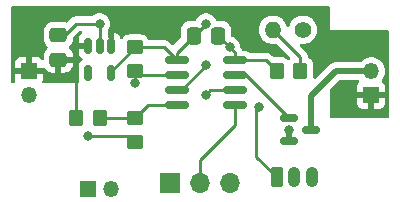
<source format=gbr>
%TF.GenerationSoftware,KiCad,Pcbnew,7.0.2*%
%TF.CreationDate,2023-05-18T15:11:26-04:00*%
%TF.ProjectId,smartpir,736d6172-7470-4697-922e-6b696361645f,rev?*%
%TF.SameCoordinates,Original*%
%TF.FileFunction,Copper,L1,Top*%
%TF.FilePolarity,Positive*%
%FSLAX46Y46*%
G04 Gerber Fmt 4.6, Leading zero omitted, Abs format (unit mm)*
G04 Created by KiCad (PCBNEW 7.0.2) date 2023-05-18 15:11:26*
%MOMM*%
%LPD*%
G01*
G04 APERTURE LIST*
G04 Aperture macros list*
%AMRoundRect*
0 Rectangle with rounded corners*
0 $1 Rounding radius*
0 $2 $3 $4 $5 $6 $7 $8 $9 X,Y pos of 4 corners*
0 Add a 4 corners polygon primitive as box body*
4,1,4,$2,$3,$4,$5,$6,$7,$8,$9,$2,$3,0*
0 Add four circle primitives for the rounded corners*
1,1,$1+$1,$2,$3*
1,1,$1+$1,$4,$5*
1,1,$1+$1,$6,$7*
1,1,$1+$1,$8,$9*
0 Add four rect primitives between the rounded corners*
20,1,$1+$1,$2,$3,$4,$5,0*
20,1,$1+$1,$4,$5,$6,$7,0*
20,1,$1+$1,$6,$7,$8,$9,0*
20,1,$1+$1,$8,$9,$2,$3,0*%
G04 Aperture macros list end*
%TA.AperFunction,ComponentPad*%
%ADD10O,1.400000X1.400000*%
%TD*%
%TA.AperFunction,ComponentPad*%
%ADD11C,1.400000*%
%TD*%
%TA.AperFunction,SMDPad,CuDef*%
%ADD12RoundRect,0.250000X0.475000X-0.337500X0.475000X0.337500X-0.475000X0.337500X-0.475000X-0.337500X0*%
%TD*%
%TA.AperFunction,ComponentPad*%
%ADD13RoundRect,0.250000X-0.265000X-0.615000X0.265000X-0.615000X0.265000X0.615000X-0.265000X0.615000X0*%
%TD*%
%TA.AperFunction,ComponentPad*%
%ADD14O,1.030000X1.730000*%
%TD*%
%TA.AperFunction,ComponentPad*%
%ADD15R,1.350000X1.350000*%
%TD*%
%TA.AperFunction,ComponentPad*%
%ADD16O,1.350000X1.350000*%
%TD*%
%TA.AperFunction,SMDPad,CuDef*%
%ADD17RoundRect,0.250000X0.350000X0.450000X-0.350000X0.450000X-0.350000X-0.450000X0.350000X-0.450000X0*%
%TD*%
%TA.AperFunction,SMDPad,CuDef*%
%ADD18RoundRect,0.150000X-0.825000X-0.150000X0.825000X-0.150000X0.825000X0.150000X-0.825000X0.150000X0*%
%TD*%
%TA.AperFunction,SMDPad,CuDef*%
%ADD19RoundRect,0.150000X-0.150000X0.512500X-0.150000X-0.512500X0.150000X-0.512500X0.150000X0.512500X0*%
%TD*%
%TA.AperFunction,SMDPad,CuDef*%
%ADD20RoundRect,0.250000X-0.450000X0.350000X-0.450000X-0.350000X0.450000X-0.350000X0.450000X0.350000X0*%
%TD*%
%TA.AperFunction,SMDPad,CuDef*%
%ADD21RoundRect,0.250000X-0.350000X-0.450000X0.350000X-0.450000X0.350000X0.450000X-0.350000X0.450000X0*%
%TD*%
%TA.AperFunction,SMDPad,CuDef*%
%ADD22RoundRect,0.150000X-0.587500X-0.150000X0.587500X-0.150000X0.587500X0.150000X-0.587500X0.150000X0*%
%TD*%
%TA.AperFunction,SMDPad,CuDef*%
%ADD23RoundRect,0.250000X-0.337500X-0.475000X0.337500X-0.475000X0.337500X0.475000X-0.337500X0.475000X0*%
%TD*%
%TA.AperFunction,ComponentPad*%
%ADD24R,1.700000X1.700000*%
%TD*%
%TA.AperFunction,ComponentPad*%
%ADD25O,1.700000X1.700000*%
%TD*%
%TA.AperFunction,ViaPad*%
%ADD26C,0.800000*%
%TD*%
%TA.AperFunction,Conductor*%
%ADD27C,0.500000*%
%TD*%
%TA.AperFunction,Conductor*%
%ADD28C,0.250000*%
%TD*%
G04 APERTURE END LIST*
D10*
%TO.P,R3,2*%
%TO.N,Net-(U1-PA7)*%
X122680000Y-102500000D03*
D11*
%TO.P,R3,1*%
%TO.N,+3.3V*%
X125220000Y-102500000D03*
%TD*%
D12*
%TO.P,C1,2*%
%TO.N,GND*%
X104500000Y-102962500D03*
%TO.P,C1,1*%
%TO.N,+BATT*%
X104500000Y-105037500D03*
%TD*%
D13*
%TO.P,J5,1,Pin_1*%
%TO.N,+3.3V*%
X123000000Y-115000000D03*
D14*
%TO.P,J5,2,Pin_2*%
%TO.N,UPDI*%
X124500000Y-115000000D03*
%TO.P,J5,3,Pin_3*%
%TO.N,GND*%
X126000000Y-115000000D03*
%TD*%
D15*
%TO.P,J1,1,Pin_1*%
%TO.N,+BATT*%
X102000000Y-106000000D03*
D16*
%TO.P,J1,2,Pin_2*%
%TO.N,GND*%
X102000000Y-108000000D03*
%TD*%
D17*
%TO.P,R4,1*%
%TO.N,Net-(U1-PA7)*%
X125000000Y-106000000D03*
%TO.P,R4,2*%
%TO.N,GND*%
X123000000Y-106000000D03*
%TD*%
D18*
%TO.P,U1,1,VCC*%
%TO.N,+3.3V*%
X114525000Y-105095000D03*
%TO.P,U1,2,PA6*%
%TO.N,DEBUG*%
X114525000Y-106365000D03*
%TO.P,U1,3,PA7*%
%TO.N,Net-(U1-PA7)*%
X114525000Y-107635000D03*
%TO.P,U1,4,PA1*%
%TO.N,Net-(U1-PA1)*%
X114525000Y-108905000D03*
%TO.P,U1,5,PA2*%
%TO.N,PIR*%
X119475000Y-108905000D03*
%TO.P,U1,6,~{RESET}/PA0*%
%TO.N,UPDI*%
X119475000Y-107635000D03*
%TO.P,U1,7,PA3*%
%TO.N,Net-(Q1-G)*%
X119475000Y-106365000D03*
%TO.P,U1,8,GND*%
%TO.N,GND*%
X119475000Y-105095000D03*
%TD*%
D19*
%TO.P,U2,1,VIN*%
%TO.N,+BATT*%
X108950000Y-103862500D03*
%TO.P,U2,2,GND*%
%TO.N,GND*%
X108000000Y-103862500D03*
%TO.P,U2,3,EN*%
%TO.N,+BATT*%
X107050000Y-103862500D03*
%TO.P,U2,4,SENSE/ADJ*%
%TO.N,unconnected-(U2-SENSE{slash}ADJ-Pad4)*%
X107050000Y-106137500D03*
%TO.P,U2,5,VOUT*%
%TO.N,+3.3V*%
X108950000Y-106137500D03*
%TD*%
D20*
%TO.P,R2,1*%
%TO.N,Net-(U1-PA1)*%
X111000000Y-110000000D03*
%TO.P,R2,2*%
%TO.N,GND*%
X111000000Y-112000000D03*
%TD*%
D21*
%TO.P,R1,1*%
%TO.N,+BATT*%
X106000000Y-110000000D03*
%TO.P,R1,2*%
%TO.N,Net-(U1-PA1)*%
X108000000Y-110000000D03*
%TD*%
D22*
%TO.P,Q1,1,G*%
%TO.N,Net-(Q1-G)*%
X124000000Y-110000000D03*
%TO.P,Q1,2,S*%
%TO.N,GND*%
X124000000Y-111900000D03*
%TO.P,Q1,3,D*%
%TO.N,Net-(J3-Pin_2)*%
X125875000Y-110950000D03*
%TD*%
D15*
%TO.P,J4,1,Pin_1*%
%TO.N,DEBUG*%
X107000000Y-116000000D03*
D16*
%TO.P,J4,2,Pin_2*%
%TO.N,GND*%
X109000000Y-116000000D03*
%TD*%
D15*
%TO.P,J3,1,Pin_1*%
%TO.N,+BATT*%
X131000000Y-108000000D03*
D16*
%TO.P,J3,2,Pin_2*%
%TO.N,Net-(J3-Pin_2)*%
X131000000Y-106000000D03*
%TD*%
D20*
%TO.P,R5,1*%
%TO.N,+3.3V*%
X111000000Y-104000000D03*
%TO.P,R5,2*%
%TO.N,DEBUG*%
X111000000Y-106000000D03*
%TD*%
D23*
%TO.P,C2,1*%
%TO.N,+3.3V*%
X115962500Y-103000000D03*
%TO.P,C2,2*%
%TO.N,GND*%
X118037500Y-103000000D03*
%TD*%
D24*
%TO.P,J2,1,Pin_1*%
%TO.N,+BATT*%
X113975000Y-115500000D03*
D25*
%TO.P,J2,2,Pin_2*%
%TO.N,PIR*%
X116515000Y-115500000D03*
%TO.P,J2,3,Pin_3*%
%TO.N,GND*%
X119055000Y-115500000D03*
%TD*%
D26*
%TO.N,GND*%
X124000000Y-111000000D03*
%TO.N,UPDI*%
X117000000Y-108000000D03*
%TO.N,+3.3V*%
X121500000Y-109000000D03*
X117000000Y-102000000D03*
%TO.N,GND*%
X107000000Y-111500000D03*
X108000000Y-102000000D03*
X119000000Y-104000000D03*
%TO.N,DEBUG*%
X111000000Y-107000000D03*
%TO.N,Net-(U1-PA7)*%
X117000000Y-105500000D03*
%TD*%
D27*
%TO.N,Net-(J3-Pin_2)*%
X131000000Y-106000000D02*
X128000000Y-106000000D01*
X128000000Y-106000000D02*
X125875000Y-108125000D01*
X125875000Y-108125000D02*
X125875000Y-110950000D01*
%TO.N,GND*%
X124000000Y-111000000D02*
X124000000Y-111900000D01*
D28*
%TO.N,UPDI*%
X117365000Y-107635000D02*
X117000000Y-108000000D01*
X118365000Y-107635000D02*
X117365000Y-107635000D01*
%TO.N,Net-(U1-PA7)*%
X125000000Y-106000000D02*
X125000000Y-104820000D01*
X125000000Y-104820000D02*
X122680000Y-102500000D01*
%TO.N,+3.3V*%
X121500000Y-109000000D02*
X121275000Y-109225000D01*
X121275000Y-109225000D02*
X121275000Y-113275000D01*
X121275000Y-113275000D02*
X123000000Y-115000000D01*
X115962500Y-103000000D02*
X116000000Y-103000000D01*
X116000000Y-103000000D02*
X117000000Y-102000000D01*
%TO.N,GND*%
X105000000Y-102962500D02*
X105037500Y-102962500D01*
X105037500Y-102962500D02*
X106000000Y-102000000D01*
X106000000Y-102000000D02*
X108000000Y-102000000D01*
%TO.N,+BATT*%
X106000000Y-108000000D02*
X106000000Y-107000000D01*
%TO.N,GND*%
X110500000Y-111500000D02*
X107000000Y-111500000D01*
X111000000Y-112000000D02*
X110500000Y-111500000D01*
%TO.N,UPDI*%
X119475000Y-107635000D02*
X118365000Y-107635000D01*
%TO.N,+BATT*%
X108950000Y-103862500D02*
X108950000Y-104246751D01*
X106000000Y-108000000D02*
X106000000Y-110000000D01*
X107050000Y-104246751D02*
X107050000Y-103862500D01*
%TO.N,GND*%
X122095000Y-105095000D02*
X123000000Y-106000000D01*
X118037500Y-103000000D02*
X119000000Y-103962500D01*
X119000000Y-103962500D02*
X119000000Y-104000000D01*
X119475000Y-104437500D02*
X119475000Y-105095000D01*
X119475000Y-105095000D02*
X119595000Y-104975000D01*
X108000000Y-103862500D02*
X108000000Y-102000000D01*
X119475000Y-105095000D02*
X122095000Y-105095000D01*
X119037500Y-104000000D02*
X119475000Y-104437500D01*
X119000000Y-104000000D02*
X119037500Y-104000000D01*
%TO.N,+3.3V*%
X111000000Y-104000000D02*
X113430000Y-104000000D01*
X114525000Y-104437500D02*
X115962500Y-103000000D01*
X114525000Y-105095000D02*
X114525000Y-104437500D01*
X108950000Y-106137500D02*
X108950000Y-106050000D01*
X108950000Y-106050000D02*
X111000000Y-104000000D01*
X113430000Y-104000000D02*
X114525000Y-105095000D01*
%TO.N,PIR*%
X116515000Y-113485000D02*
X119475000Y-110525000D01*
X119475000Y-110525000D02*
X119475000Y-108905000D01*
X116515000Y-115500000D02*
X116515000Y-113485000D01*
%TO.N,DEBUG*%
X114525000Y-106365000D02*
X111365000Y-106365000D01*
X111000000Y-106000000D02*
X111000000Y-107000000D01*
X111365000Y-106365000D02*
X111000000Y-106000000D01*
%TO.N,Net-(Q1-G)*%
X119475000Y-106365000D02*
X120365000Y-106365000D01*
X120365000Y-106365000D02*
X124000000Y-110000000D01*
%TO.N,Net-(U1-PA1)*%
X112095000Y-108905000D02*
X114525000Y-108905000D01*
X111000000Y-110000000D02*
X112095000Y-108905000D01*
X108000000Y-110000000D02*
X111000000Y-110000000D01*
%TO.N,Net-(U1-PA7)*%
X114901751Y-107635000D02*
X114525000Y-107635000D01*
X117000000Y-105500000D02*
X117000000Y-105536751D01*
X117000000Y-105536751D02*
X114901751Y-107635000D01*
%TD*%
%TA.AperFunction,Conductor*%
%TO.N,+BATT*%
G36*
X127443039Y-100519685D02*
G01*
X127488794Y-100572489D01*
X127500000Y-100624000D01*
X127500000Y-102500000D01*
X132376000Y-102500000D01*
X132443039Y-102519685D01*
X132488794Y-102572489D01*
X132500000Y-102624000D01*
X132500000Y-109876000D01*
X132480315Y-109943039D01*
X132427511Y-109988794D01*
X132376000Y-110000000D01*
X127624000Y-110000000D01*
X127556961Y-109980315D01*
X127511206Y-109927511D01*
X127500000Y-109876000D01*
X127500000Y-108782371D01*
X127500000Y-107612726D01*
X127519684Y-107545691D01*
X127536313Y-107525054D01*
X128274548Y-106786819D01*
X128335872Y-106753334D01*
X128362230Y-106750500D01*
X129885544Y-106750500D01*
X129952583Y-106770185D01*
X129998338Y-106822989D01*
X130008282Y-106892147D01*
X129979257Y-106955703D01*
X129971397Y-106963020D01*
X129881647Y-107082910D01*
X129831400Y-107217628D01*
X129825354Y-107273867D01*
X129825000Y-107280481D01*
X129824999Y-107750000D01*
X130684314Y-107750000D01*
X130672359Y-107761955D01*
X130614835Y-107874852D01*
X130595014Y-108000000D01*
X130614835Y-108125148D01*
X130672359Y-108238045D01*
X130684314Y-108250000D01*
X129825000Y-108250000D01*
X129825000Y-108719518D01*
X129825354Y-108726132D01*
X129831400Y-108782371D01*
X129881647Y-108917089D01*
X129967811Y-109032188D01*
X130082910Y-109118352D01*
X130217628Y-109168599D01*
X130273867Y-109174645D01*
X130280482Y-109175000D01*
X130749999Y-109175000D01*
X130749999Y-108315685D01*
X130761955Y-108327641D01*
X130874852Y-108385165D01*
X130968519Y-108400000D01*
X131031481Y-108400000D01*
X131125148Y-108385165D01*
X131238045Y-108327641D01*
X131250000Y-108315686D01*
X131250000Y-109175000D01*
X131719518Y-109175000D01*
X131726132Y-109174645D01*
X131782371Y-109168599D01*
X131917089Y-109118352D01*
X132032188Y-109032188D01*
X132118352Y-108917089D01*
X132168599Y-108782371D01*
X132174645Y-108726132D01*
X132175000Y-108719518D01*
X132175000Y-108250000D01*
X131315686Y-108250000D01*
X131327641Y-108238045D01*
X131385165Y-108125148D01*
X131404986Y-108000000D01*
X131385165Y-107874852D01*
X131327641Y-107761955D01*
X131315686Y-107750000D01*
X132175000Y-107750000D01*
X132175000Y-107280481D01*
X132174645Y-107273867D01*
X132168599Y-107217628D01*
X132118352Y-107082910D01*
X132032188Y-106967811D01*
X131946594Y-106903735D01*
X131904723Y-106847801D01*
X131899739Y-106778110D01*
X131921951Y-106729741D01*
X132003712Y-106621472D01*
X132100817Y-106426459D01*
X132108343Y-106400008D01*
X132160435Y-106216925D01*
X132166474Y-106151751D01*
X132180536Y-106000000D01*
X132161874Y-105798607D01*
X132160435Y-105783074D01*
X132100818Y-105573542D01*
X132003712Y-105378528D01*
X131872426Y-105204676D01*
X131711432Y-105057912D01*
X131526208Y-104943226D01*
X131323073Y-104864531D01*
X131323070Y-104864530D01*
X131323069Y-104864530D01*
X131108926Y-104824500D01*
X130891074Y-104824500D01*
X130748851Y-104851086D01*
X130676926Y-104864531D01*
X130473791Y-104943226D01*
X130288567Y-105057912D01*
X130119081Y-105212419D01*
X130117234Y-105210393D01*
X130074823Y-105241864D01*
X130031980Y-105249500D01*
X128063706Y-105249500D01*
X128045736Y-105248191D01*
X128031853Y-105246157D01*
X128021977Y-105244711D01*
X128021976Y-105244711D01*
X127972631Y-105249028D01*
X127961824Y-105249500D01*
X127956291Y-105249500D01*
X127952730Y-105249916D01*
X127952715Y-105249917D01*
X127925501Y-105253098D01*
X127921916Y-105253464D01*
X127845961Y-105260109D01*
X127826921Y-105264330D01*
X127755232Y-105290421D01*
X127751831Y-105291603D01*
X127679474Y-105315580D01*
X127661927Y-105324075D01*
X127598221Y-105365975D01*
X127595181Y-105367912D01*
X127530280Y-105407944D01*
X127515164Y-105420257D01*
X127462831Y-105475726D01*
X127460319Y-105478312D01*
X126308489Y-106630141D01*
X126247166Y-106663626D01*
X126177474Y-106658642D01*
X126121541Y-106616770D01*
X126097124Y-106551306D01*
X126097449Y-106529865D01*
X126100500Y-106500009D01*
X126100499Y-105499992D01*
X126089999Y-105397203D01*
X126034814Y-105230666D01*
X125958487Y-105106919D01*
X125942711Y-105081342D01*
X125818658Y-104957289D01*
X125683636Y-104874007D01*
X125636912Y-104822059D01*
X125625144Y-104776885D01*
X125625502Y-104780664D01*
X125624999Y-104776686D01*
X125624080Y-104765024D01*
X125622709Y-104721372D01*
X125617119Y-104702134D01*
X125613174Y-104683082D01*
X125610664Y-104663208D01*
X125610664Y-104663207D01*
X125594578Y-104622581D01*
X125590805Y-104611560D01*
X125578617Y-104569610D01*
X125568421Y-104552369D01*
X125559863Y-104534902D01*
X125552486Y-104516268D01*
X125526798Y-104480912D01*
X125520409Y-104471184D01*
X125498170Y-104433579D01*
X125484006Y-104419415D01*
X125471369Y-104404620D01*
X125459595Y-104388414D01*
X125459594Y-104388413D01*
X125425935Y-104360568D01*
X125417305Y-104352714D01*
X124969227Y-103904636D01*
X124935742Y-103843313D01*
X124940726Y-103773621D01*
X124982598Y-103717688D01*
X125048062Y-103693271D01*
X125079692Y-103695066D01*
X125108757Y-103700500D01*
X125331241Y-103700500D01*
X125331243Y-103700500D01*
X125549940Y-103659618D01*
X125757401Y-103579247D01*
X125946562Y-103462124D01*
X125999569Y-103413802D01*
X126110980Y-103312237D01*
X126130226Y-103286751D01*
X126245058Y-103134689D01*
X126344229Y-102935528D01*
X126351493Y-102910000D01*
X126387619Y-102783028D01*
X126405115Y-102721536D01*
X126425643Y-102500000D01*
X126405115Y-102278464D01*
X126379449Y-102188256D01*
X126344230Y-102064473D01*
X126245058Y-101865311D01*
X126110980Y-101687762D01*
X125946562Y-101537875D01*
X125757404Y-101420754D01*
X125696174Y-101397033D01*
X125549940Y-101340382D01*
X125331243Y-101299500D01*
X125108757Y-101299500D01*
X124927025Y-101333472D01*
X124890060Y-101340382D01*
X124682595Y-101420754D01*
X124493437Y-101537875D01*
X124329019Y-101687762D01*
X124194941Y-101865311D01*
X124095769Y-102064473D01*
X124069266Y-102157625D01*
X124031987Y-102216719D01*
X123968677Y-102246276D01*
X123899438Y-102236914D01*
X123846251Y-102191604D01*
X123830734Y-102157625D01*
X123804230Y-102064473D01*
X123705058Y-101865311D01*
X123570980Y-101687762D01*
X123406562Y-101537875D01*
X123217404Y-101420754D01*
X123156174Y-101397033D01*
X123009940Y-101340382D01*
X122791243Y-101299500D01*
X122568757Y-101299500D01*
X122387025Y-101333472D01*
X122350060Y-101340382D01*
X122142595Y-101420754D01*
X121953437Y-101537875D01*
X121789019Y-101687762D01*
X121654941Y-101865311D01*
X121555769Y-102064473D01*
X121494885Y-102278462D01*
X121474357Y-102500000D01*
X121494885Y-102721537D01*
X121555769Y-102935526D01*
X121654941Y-103134688D01*
X121789019Y-103312237D01*
X121953437Y-103462124D01*
X122142595Y-103579245D01*
X122142597Y-103579245D01*
X122142599Y-103579247D01*
X122350060Y-103659618D01*
X122568757Y-103700500D01*
X122568759Y-103700500D01*
X122791242Y-103700500D01*
X122791243Y-103700500D01*
X122899429Y-103680276D01*
X122968943Y-103687307D01*
X123009893Y-103714483D01*
X124129340Y-104833931D01*
X124162824Y-104895252D01*
X124157840Y-104964944D01*
X124129339Y-105009291D01*
X124087680Y-105050950D01*
X124026357Y-105084435D01*
X123956665Y-105079451D01*
X123912319Y-105050951D01*
X123818656Y-104957288D01*
X123818655Y-104957287D01*
X123818654Y-104957286D01*
X123669334Y-104865186D01*
X123502797Y-104810000D01*
X123403141Y-104799819D01*
X123403122Y-104799818D01*
X123400009Y-104799500D01*
X123396860Y-104799500D01*
X122735453Y-104799500D01*
X122668414Y-104779815D01*
X122647772Y-104763181D01*
X122595802Y-104711211D01*
X122582906Y-104695113D01*
X122531775Y-104647098D01*
X122528978Y-104644387D01*
X122512227Y-104627636D01*
X122509471Y-104624880D01*
X122506290Y-104622412D01*
X122497422Y-104614837D01*
X122465582Y-104584938D01*
X122448024Y-104575285D01*
X122431764Y-104564604D01*
X122415936Y-104552327D01*
X122375851Y-104534980D01*
X122365361Y-104529841D01*
X122327091Y-104508802D01*
X122307691Y-104503821D01*
X122289284Y-104497519D01*
X122270897Y-104489562D01*
X122227758Y-104482729D01*
X122216324Y-104480361D01*
X122174019Y-104469500D01*
X122153984Y-104469500D01*
X122134586Y-104467973D01*
X122127162Y-104466797D01*
X122114805Y-104464840D01*
X122114804Y-104464840D01*
X122081751Y-104467964D01*
X122071325Y-104468950D01*
X122059656Y-104469500D01*
X120795808Y-104469500D01*
X120728769Y-104449815D01*
X120708127Y-104433181D01*
X120701865Y-104426919D01*
X120560397Y-104343255D01*
X120402572Y-104297402D01*
X120368128Y-104294691D01*
X120368114Y-104294690D01*
X120365694Y-104294500D01*
X120363249Y-104294500D01*
X120177919Y-104294500D01*
X120110880Y-104274815D01*
X120065125Y-104222011D01*
X120058843Y-104205096D01*
X120053617Y-104187110D01*
X120043421Y-104169869D01*
X120034863Y-104152402D01*
X120027486Y-104133768D01*
X120001798Y-104098412D01*
X119995409Y-104088684D01*
X119973170Y-104051079D01*
X119959006Y-104036915D01*
X119946369Y-104022120D01*
X119942852Y-104017279D01*
X119934594Y-104005913D01*
X119934593Y-104005912D01*
X119925387Y-103993241D01*
X119928119Y-103991255D01*
X119903248Y-103954433D01*
X119898077Y-103929758D01*
X119885674Y-103811744D01*
X119836245Y-103659617D01*
X119827179Y-103631715D01*
X119732533Y-103467783D01*
X119605870Y-103327110D01*
X119452730Y-103215848D01*
X119279802Y-103138855D01*
X119223718Y-103126934D01*
X119162236Y-103093741D01*
X119128460Y-103032578D01*
X119125499Y-103005644D01*
X119125499Y-102478140D01*
X119125499Y-102478139D01*
X119125499Y-102474992D01*
X119114999Y-102372203D01*
X119059814Y-102205666D01*
X118972726Y-102064473D01*
X118967711Y-102056342D01*
X118843657Y-101932288D01*
X118694334Y-101840186D01*
X118527797Y-101785000D01*
X118428141Y-101774819D01*
X118428122Y-101774818D01*
X118425009Y-101774500D01*
X118421860Y-101774500D01*
X117963664Y-101774500D01*
X117896625Y-101754815D01*
X117850870Y-101702011D01*
X117845733Y-101688818D01*
X117827179Y-101631715D01*
X117732533Y-101467783D01*
X117605870Y-101327110D01*
X117452730Y-101215848D01*
X117279802Y-101138855D01*
X117094648Y-101099500D01*
X117094646Y-101099500D01*
X116905354Y-101099500D01*
X116905352Y-101099500D01*
X116720197Y-101138855D01*
X116547269Y-101215848D01*
X116394129Y-101327110D01*
X116267465Y-101467785D01*
X116172821Y-101631715D01*
X116154266Y-101688820D01*
X116114828Y-101746495D01*
X116050469Y-101773692D01*
X116036336Y-101774500D01*
X115578141Y-101774500D01*
X115578121Y-101774500D01*
X115574992Y-101774501D01*
X115571860Y-101774820D01*
X115571858Y-101774821D01*
X115472203Y-101785000D01*
X115305665Y-101840186D01*
X115156342Y-101932288D01*
X115032288Y-102056342D01*
X114940186Y-102205665D01*
X114885000Y-102372202D01*
X114874819Y-102471858D01*
X114874817Y-102471878D01*
X114874500Y-102474991D01*
X114874500Y-102478119D01*
X114874499Y-102478139D01*
X114874499Y-103152046D01*
X114854814Y-103219086D01*
X114838180Y-103239727D01*
X114283930Y-103793977D01*
X114222607Y-103827462D01*
X114152915Y-103822478D01*
X114108568Y-103793977D01*
X113930802Y-103616211D01*
X113917906Y-103600113D01*
X113866775Y-103552098D01*
X113863978Y-103549387D01*
X113847227Y-103532636D01*
X113844471Y-103529880D01*
X113841290Y-103527412D01*
X113832422Y-103519837D01*
X113800582Y-103489938D01*
X113783024Y-103480285D01*
X113766764Y-103469604D01*
X113750936Y-103457327D01*
X113710851Y-103439980D01*
X113700361Y-103434841D01*
X113662091Y-103413802D01*
X113642691Y-103408821D01*
X113624284Y-103402519D01*
X113605897Y-103394562D01*
X113562758Y-103387729D01*
X113551324Y-103385361D01*
X113509019Y-103374500D01*
X113488984Y-103374500D01*
X113469586Y-103372973D01*
X113462162Y-103371797D01*
X113449805Y-103369840D01*
X113449804Y-103369840D01*
X113416751Y-103372964D01*
X113406325Y-103373950D01*
X113394656Y-103374500D01*
X112231058Y-103374500D01*
X112164019Y-103354815D01*
X112125519Y-103315596D01*
X112042711Y-103181342D01*
X111918657Y-103057288D01*
X111769334Y-102965186D01*
X111602797Y-102910000D01*
X111503141Y-102899819D01*
X111503122Y-102899818D01*
X111500009Y-102899500D01*
X111496860Y-102899500D01*
X110503140Y-102899500D01*
X110503120Y-102899500D01*
X110499992Y-102899501D01*
X110496860Y-102899820D01*
X110496858Y-102899821D01*
X110397203Y-102910000D01*
X110230665Y-102965186D01*
X110081342Y-103057288D01*
X109957289Y-103181341D01*
X109948004Y-103196396D01*
X109896056Y-103243120D01*
X109827093Y-103254343D01*
X109763011Y-103226499D01*
X109724155Y-103168431D01*
X109723389Y-103165894D01*
X109701282Y-103089802D01*
X109617682Y-102948442D01*
X109501557Y-102832317D01*
X109360197Y-102748717D01*
X109202491Y-102702899D01*
X109199999Y-102702702D01*
X109200000Y-103988500D01*
X109180315Y-104055539D01*
X109127512Y-104101294D01*
X109076000Y-104112500D01*
X108924500Y-104112500D01*
X108857461Y-104092815D01*
X108811706Y-104040011D01*
X108800500Y-103988500D01*
X108800500Y-103286751D01*
X108800500Y-103284306D01*
X108797598Y-103247431D01*
X108788422Y-103215849D01*
X108751744Y-103089602D01*
X108717268Y-103031305D01*
X108700000Y-102968184D01*
X108700000Y-102684870D01*
X108687992Y-102664804D01*
X108690225Y-102594970D01*
X108715877Y-102550714D01*
X108732533Y-102532216D01*
X108827179Y-102368284D01*
X108885674Y-102188256D01*
X108905460Y-102000000D01*
X108885674Y-101811744D01*
X108827179Y-101631716D01*
X108827179Y-101631715D01*
X108732533Y-101467783D01*
X108605870Y-101327110D01*
X108452730Y-101215848D01*
X108279802Y-101138855D01*
X108094648Y-101099500D01*
X108094646Y-101099500D01*
X107905354Y-101099500D01*
X107905352Y-101099500D01*
X107720197Y-101138855D01*
X107547272Y-101215847D01*
X107445176Y-101290024D01*
X107394129Y-101327112D01*
X107388401Y-101333472D01*
X107328916Y-101370121D01*
X107296253Y-101374500D01*
X106082744Y-101374500D01*
X106062236Y-101372235D01*
X105992113Y-101374439D01*
X105988219Y-101374500D01*
X105960650Y-101374500D01*
X105956794Y-101374986D01*
X105956791Y-101374987D01*
X105956735Y-101374994D01*
X105956662Y-101375003D01*
X105945043Y-101375917D01*
X105901372Y-101377289D01*
X105882128Y-101382880D01*
X105863084Y-101386824D01*
X105843208Y-101389335D01*
X105802600Y-101405413D01*
X105791554Y-101409194D01*
X105749610Y-101421382D01*
X105749607Y-101421383D01*
X105732365Y-101431579D01*
X105714904Y-101440133D01*
X105696267Y-101447512D01*
X105660931Y-101473185D01*
X105651174Y-101479595D01*
X105613580Y-101501829D01*
X105599413Y-101515996D01*
X105584624Y-101528626D01*
X105568413Y-101540404D01*
X105540572Y-101574058D01*
X105532711Y-101582697D01*
X105258952Y-101856456D01*
X105197629Y-101889941D01*
X105132272Y-101886483D01*
X105127798Y-101885000D01*
X105028141Y-101874819D01*
X105028122Y-101874818D01*
X105025009Y-101874500D01*
X105021860Y-101874500D01*
X103978140Y-101874500D01*
X103978120Y-101874500D01*
X103974992Y-101874501D01*
X103971860Y-101874820D01*
X103971858Y-101874821D01*
X103872203Y-101885000D01*
X103705665Y-101940186D01*
X103556342Y-102032288D01*
X103432288Y-102156342D01*
X103340186Y-102305665D01*
X103285000Y-102472202D01*
X103274819Y-102571858D01*
X103274817Y-102571878D01*
X103274500Y-102574991D01*
X103274500Y-102578138D01*
X103274500Y-102578139D01*
X103274500Y-103346858D01*
X103274500Y-103346877D01*
X103274501Y-103350008D01*
X103274820Y-103353140D01*
X103274821Y-103353141D01*
X103285000Y-103452796D01*
X103340186Y-103619334D01*
X103432288Y-103768657D01*
X103556340Y-103892709D01*
X103556342Y-103892710D01*
X103556344Y-103892712D01*
X103559652Y-103894752D01*
X103606379Y-103946698D01*
X103617603Y-104015660D01*
X103589762Y-104079744D01*
X103559659Y-104105830D01*
X103556654Y-104107683D01*
X103432683Y-104231654D01*
X103340642Y-104380877D01*
X103285493Y-104547303D01*
X103275319Y-104646890D01*
X103275000Y-104653168D01*
X103275000Y-104919608D01*
X103255315Y-104986647D01*
X103202511Y-105032402D01*
X103133353Y-105042346D01*
X103069797Y-105013321D01*
X103051733Y-104993918D01*
X103032190Y-104967812D01*
X102917089Y-104881647D01*
X102782371Y-104831400D01*
X102726132Y-104825354D01*
X102719518Y-104825000D01*
X102250000Y-104825000D01*
X102250000Y-105684314D01*
X102238045Y-105672359D01*
X102125148Y-105614835D01*
X102031481Y-105600000D01*
X101968519Y-105600000D01*
X101874852Y-105614835D01*
X101761955Y-105672359D01*
X101750000Y-105684314D01*
X101750000Y-104825000D01*
X101280482Y-104825000D01*
X101273867Y-104825354D01*
X101217628Y-104831400D01*
X101082910Y-104881647D01*
X100967811Y-104967811D01*
X100881647Y-105082910D01*
X100831400Y-105217628D01*
X100825354Y-105273867D01*
X100825000Y-105280481D01*
X100825000Y-105750000D01*
X101684314Y-105750000D01*
X101672359Y-105761955D01*
X101614835Y-105874852D01*
X101595014Y-106000000D01*
X101614835Y-106125148D01*
X101672359Y-106238045D01*
X101684314Y-106250000D01*
X100825000Y-106250000D01*
X100825000Y-106719518D01*
X100825354Y-106726132D01*
X100831401Y-106782375D01*
X100850159Y-106832666D01*
X100855144Y-106902357D01*
X100821660Y-106963681D01*
X100760337Y-106997166D01*
X100733978Y-107000000D01*
X100624000Y-107000000D01*
X100556961Y-106980315D01*
X100511206Y-106927511D01*
X100500000Y-106876000D01*
X100500000Y-100624000D01*
X100519685Y-100556961D01*
X100572489Y-100511206D01*
X100624000Y-100500000D01*
X127376000Y-100500000D01*
X127443039Y-100519685D01*
G37*
%TD.AperFunction*%
%TA.AperFunction,Conductor*%
G36*
X106472937Y-102645185D02*
G01*
X106518692Y-102697989D01*
X106528636Y-102767147D01*
X106499611Y-102830703D01*
X106493579Y-102837181D01*
X106382317Y-102948442D01*
X106298717Y-103089802D01*
X106252900Y-103247506D01*
X106250191Y-103281923D01*
X106250000Y-103286803D01*
X106250000Y-103612500D01*
X107075500Y-103612500D01*
X107142539Y-103632185D01*
X107188294Y-103684989D01*
X107199500Y-103736500D01*
X107199500Y-103988500D01*
X107179815Y-104055539D01*
X107127011Y-104101294D01*
X107075500Y-104112500D01*
X106250000Y-104112500D01*
X106250000Y-104438196D01*
X106250191Y-104443076D01*
X106252900Y-104477493D01*
X106298717Y-104635197D01*
X106382317Y-104776557D01*
X106498440Y-104892680D01*
X106498937Y-104892974D01*
X106501800Y-104896040D01*
X106509520Y-104903760D01*
X106509255Y-104904024D01*
X106546623Y-104944041D01*
X106559130Y-105012782D01*
X106532487Y-105077372D01*
X106498947Y-105106438D01*
X106498136Y-105106917D01*
X106381919Y-105223134D01*
X106298255Y-105364602D01*
X106252402Y-105522427D01*
X106249691Y-105556871D01*
X106249690Y-105556886D01*
X106249500Y-105559306D01*
X106249500Y-106715694D01*
X106249690Y-106718114D01*
X106249691Y-106718128D01*
X106252402Y-106752572D01*
X106278211Y-106841405D01*
X106278012Y-106911274D01*
X106240070Y-106969944D01*
X106176432Y-106998788D01*
X106159135Y-107000000D01*
X103266022Y-107000000D01*
X103198983Y-106980315D01*
X103153228Y-106927511D01*
X103143284Y-106858353D01*
X103149841Y-106832666D01*
X103168598Y-106782375D01*
X103174645Y-106726132D01*
X103175000Y-106719518D01*
X103175000Y-106250000D01*
X102315686Y-106250000D01*
X102327641Y-106238045D01*
X102385165Y-106125148D01*
X102404986Y-106000000D01*
X102385165Y-105874852D01*
X102327641Y-105761955D01*
X102315686Y-105750000D01*
X103174999Y-105750000D01*
X103187875Y-105737124D01*
X103249198Y-105703638D01*
X103318889Y-105708622D01*
X103374823Y-105750493D01*
X103381096Y-105759708D01*
X103432683Y-105843345D01*
X103556654Y-105967316D01*
X103705877Y-106059357D01*
X103872303Y-106114506D01*
X103971890Y-106124680D01*
X103978168Y-106124999D01*
X104249999Y-106124999D01*
X104250000Y-106124998D01*
X104250000Y-105287500D01*
X104749999Y-105287500D01*
X104749999Y-106124998D01*
X104750000Y-106124999D01*
X105021829Y-106124999D01*
X105028111Y-106124678D01*
X105127695Y-106114506D01*
X105294122Y-106059357D01*
X105443345Y-105967316D01*
X105567316Y-105843345D01*
X105659357Y-105694122D01*
X105714506Y-105527696D01*
X105724680Y-105428109D01*
X105725000Y-105421831D01*
X105725000Y-105287500D01*
X104749999Y-105287500D01*
X104250000Y-105287500D01*
X104250000Y-104911500D01*
X104269685Y-104844461D01*
X104322489Y-104798706D01*
X104374000Y-104787500D01*
X105724999Y-104787500D01*
X105724999Y-104653170D01*
X105724678Y-104646888D01*
X105714506Y-104547304D01*
X105659357Y-104380877D01*
X105567316Y-104231654D01*
X105443344Y-104107682D01*
X105440343Y-104105831D01*
X105393618Y-104053883D01*
X105382397Y-103984921D01*
X105410240Y-103920839D01*
X105440345Y-103894753D01*
X105443656Y-103892712D01*
X105567712Y-103768656D01*
X105659814Y-103619334D01*
X105714999Y-103452797D01*
X105725500Y-103350009D01*
X105725499Y-103210451D01*
X105745183Y-103143412D01*
X105761813Y-103122775D01*
X106222770Y-102661819D01*
X106284094Y-102628334D01*
X106310452Y-102625500D01*
X106405898Y-102625500D01*
X106472937Y-102645185D01*
G37*
%TD.AperFunction*%
%TD*%
M02*

</source>
